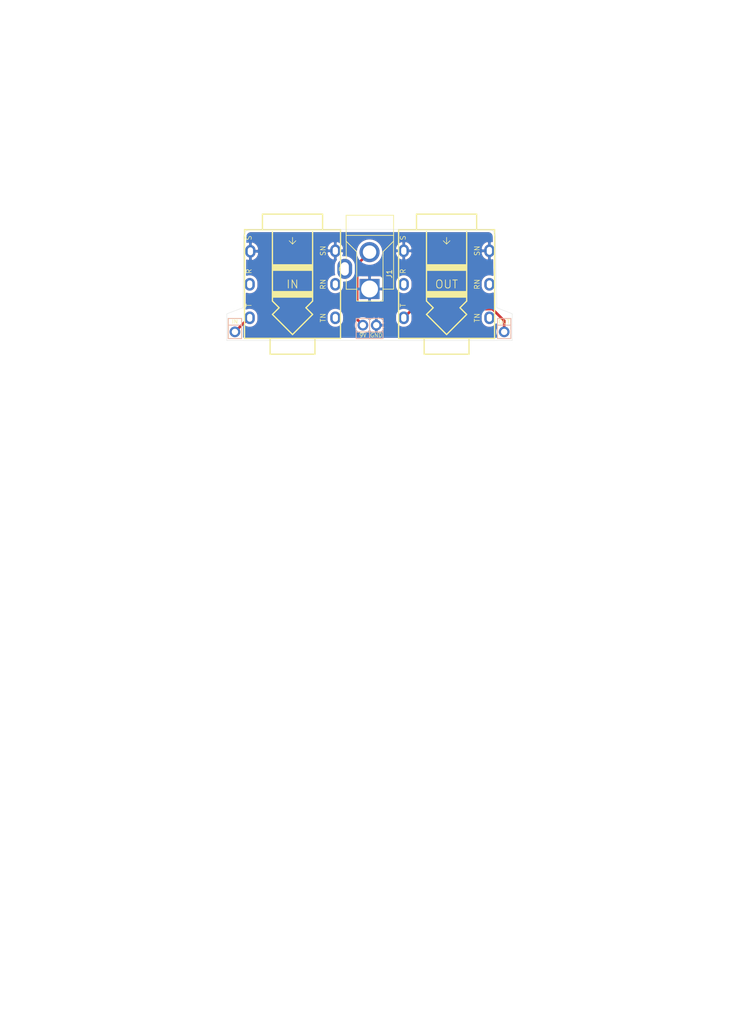
<source format=kicad_pcb>
(kicad_pcb (version 20171130) (host pcbnew "(5.1.9-0-10_14)")

  (general
    (thickness 1.6)
    (drawings 12)
    (tracks 9)
    (zones 0)
    (modules 8)
    (nets 11)
  )

  (page A4)
  (layers
    (0 F.Cu signal)
    (31 B.Cu signal)
    (32 B.Adhes user)
    (33 F.Adhes user)
    (34 B.Paste user)
    (35 F.Paste user)
    (36 B.SilkS user)
    (37 F.SilkS user)
    (38 B.Mask user)
    (39 F.Mask user)
    (40 Dwgs.User user)
    (41 Cmts.User user)
    (42 Eco1.User user)
    (43 Eco2.User user)
    (44 Edge.Cuts user)
    (45 Margin user)
    (46 B.CrtYd user)
    (47 F.CrtYd user)
    (48 B.Fab user)
    (49 F.Fab user)
  )

  (setup
    (last_trace_width 0.5)
    (user_trace_width 0.5)
    (trace_clearance 0.2)
    (zone_clearance 0.508)
    (zone_45_only no)
    (trace_min 0.2)
    (via_size 0.8)
    (via_drill 0.4)
    (via_min_size 0.4)
    (via_min_drill 0.3)
    (uvia_size 0.3)
    (uvia_drill 0.1)
    (uvias_allowed no)
    (uvia_min_size 0.2)
    (uvia_min_drill 0.1)
    (edge_width 0.05)
    (segment_width 0.2)
    (pcb_text_width 0.3)
    (pcb_text_size 1.5 1.5)
    (mod_edge_width 0.12)
    (mod_text_size 1 1)
    (mod_text_width 0.15)
    (pad_size 1.524 1.524)
    (pad_drill 0.762)
    (pad_to_mask_clearance 0)
    (aux_axis_origin 0 0)
    (visible_elements FFFFFF7F)
    (pcbplotparams
      (layerselection 0x010fc_ffffffff)
      (usegerberextensions false)
      (usegerberattributes false)
      (usegerberadvancedattributes false)
      (creategerberjobfile false)
      (excludeedgelayer true)
      (linewidth 0.100000)
      (plotframeref false)
      (viasonmask false)
      (mode 1)
      (useauxorigin false)
      (hpglpennumber 1)
      (hpglpenspeed 20)
      (hpglpendiameter 15.000000)
      (psnegative false)
      (psa4output false)
      (plotreference true)
      (plotvalue true)
      (plotinvisibletext false)
      (padsonsilk false)
      (subtractmaskfromsilk false)
      (outputformat 1)
      (mirror false)
      (drillshape 0)
      (scaleselection 1)
      (outputdirectory "gerber"))
  )

  (net 0 "")
  (net 1 "Net-(H1-Pad1)")
  (net 2 GND)
  (net 3 "Net-(H3-Pad1)")
  (net 4 "Net-(H4-Pad1)")
  (net 5 "Net-(J2-PadRN)")
  (net 6 "Net-(J2-PadR)")
  (net 7 "Net-(J3-PadRN)")
  (net 8 "Net-(J3-PadR)")
  (net 9 "Net-(J2-PadTN)")
  (net 10 "Net-(J3-PadTN)")

  (net_class Default "This is the default net class."
    (clearance 0.2)
    (trace_width 0.25)
    (via_dia 0.8)
    (via_drill 0.4)
    (uvia_dia 0.3)
    (uvia_drill 0.1)
    (add_net GND)
    (add_net "Net-(H1-Pad1)")
    (add_net "Net-(H3-Pad1)")
    (add_net "Net-(H4-Pad1)")
    (add_net "Net-(J2-PadR)")
    (add_net "Net-(J2-PadRN)")
    (add_net "Net-(J2-PadTN)")
    (add_net "Net-(J3-PadR)")
    (add_net "Net-(J3-PadRN)")
    (add_net "Net-(J3-PadTN)")
  )

  (module jacks:DC_JACK locked (layer F.Cu) (tedit 6061C879) (tstamp 6061D14D)
    (at 103.124 68.072 90)
    (path /609061DB)
    (fp_text reference J1 (at 0 3.175 90) (layer F.SilkS)
      (effects (font (size 1 1) (thickness 0.15)) (justify right top))
    )
    (fp_text value PWR (at 0 0 90) (layer F.SilkS) hide
      (effects (font (size 1.524 1.524) (thickness 0.15)))
    )
    (fp_line (start -3.8608 -4.4196) (end -3.8608 -2.4384) (layer F.SilkS) (width 0.1524))
    (fp_line (start -1.9558 -4.4196) (end -3.8608 -4.4196) (layer F.SilkS) (width 0.1524))
    (fp_line (start 5.2324 -4.4196) (end 1.9812 -4.4196) (layer F.SilkS) (width 0.1524))
    (fp_line (start -3.8608 -2.4384) (end 3.2258 -2.4384) (layer F.SilkS) (width 0.1524))
    (fp_line (start -6.096 -2.4384) (end -3.8608 -2.4384) (layer F.SilkS) (width 0.1524))
    (fp_line (start -6.096 2.555) (end -3.81 2.555) (layer F.SilkS) (width 0.1524))
    (fp_line (start -6.096 -2.445) (end -6.096 2.555) (layer F.SilkS) (width 0.1524))
    (fp_line (start 10.16 4.555) (end 6.35 4.555) (layer F.SilkS) (width 0.1524))
    (fp_line (start 10.16 -4.445) (end 10.16 4.555) (layer F.SilkS) (width 0.1524))
    (fp_line (start 6.35 -4.445) (end 10.16 -4.445) (layer F.SilkS) (width 0.1524))
    (fp_line (start 3.255 -2.445) (end 5.255 -4.445) (layer F.SilkS) (width 0.1524))
    (fp_line (start 3.255 2.555) (end 5.255 4.555) (layer F.SilkS) (width 0.1524))
    (fp_line (start -3.84 2.555) (end 3.255 2.555) (layer F.SilkS) (width 0.1524))
    (fp_line (start 5.255 -4.445) (end 6.35 -4.445) (layer F.SilkS) (width 0.1524))
    (fp_line (start -3.84 4.555) (end -3.84 2.555) (layer F.SilkS) (width 0.1524))
    (fp_line (start 5.255 4.555) (end -3.84 4.555) (layer F.SilkS) (width 0.1524))
    (fp_line (start 6.35 4.555) (end 5.255 4.555) (layer F.SilkS) (width 0.1524))
    (fp_line (start 6.35 -4.445) (end 6.35 4.555) (layer F.SilkS) (width 0.1524))
    (fp_text user R (at 0 -5.08 90) (layer F.SilkS)
      (effects (font (size 1.2065 1.2065) (thickness 0.1016)))
    )
    (fp_text user - (at -3.81 0 90) (layer F.SilkS)
      (effects (font (size 1.59258 1.59258) (thickness 0.134112)))
    )
    (fp_text user + (at 3.175 0 90) (layer F.SilkS)
      (effects (font (size 1.59258 1.59258) (thickness 0.134112)))
    )
    (pad 2 thru_hole rect (at -3.81 0 270) (size 3.81 3.81) (drill 3.2) (layers *.Cu *.Mask)
      (net 2 GND))
    (pad 1 thru_hole oval (at 3.175 0) (size 3.81 3.81) (drill 2.54) (layers *.Cu *.Mask)
      (net 1 "Net-(H1-Pad1)"))
    (pad 3 thru_hole oval (at 0 -4.699 270) (size 3.81 2.81) (drill oval 2.54 1.54) (layers *.Cu *.Mask))
  )

  (module switches:125B locked (layer F.Cu) (tedit 5B2E2F7F) (tstamp 6061E093)
    (at 103.124 114.173)
    (fp_text reference "" (at 0 0) (layer F.SilkS)
      (effects (font (size 1.524 1.524) (thickness 0.15)))
    )
    (fp_text value "" (at 0 0) (layer F.SilkS)
      (effects (font (size 1.524 1.524) (thickness 0.15)))
    )
    (fp_circle (center 0 0) (end 1 0) (layer Dwgs.User) (width 0.127))
    (fp_line (start 29 52) (end 29 0) (layer Dwgs.User) (width 0.127))
    (fp_line (start 24.5 56.5) (end 0 56.5) (layer Dwgs.User) (width 0.127))
    (fp_line (start 0 56.5) (end -24.5 56.5) (layer Dwgs.User) (width 0.127))
    (fp_line (start -29 52) (end -29 0) (layer Dwgs.User) (width 0.127))
    (fp_line (start 0 0) (end 0 56.5) (layer Dwgs.User) (width 0.127))
    (fp_line (start 29 0) (end 0 0) (layer Dwgs.User) (width 0.127))
    (fp_line (start 29 0) (end 29 -52) (layer Dwgs.User) (width 0.127))
    (fp_line (start 24.5 -56.5) (end 0 -56.5) (layer Dwgs.User) (width 0.127))
    (fp_line (start 0 -56.5) (end -24.5 -56.5) (layer Dwgs.User) (width 0.127))
    (fp_line (start -29 0) (end -29 -52) (layer Dwgs.User) (width 0.127))
    (fp_line (start 0 0) (end -29 0) (layer Dwgs.User) (width 0.127))
    (fp_line (start 0 -56.5) (end 0 0) (layer Dwgs.User) (width 0.127))
    (fp_line (start -29 97) (end -29 59.5) (layer Dwgs.User) (width 0.127))
    (fp_line (start 29 97) (end -29 97) (layer Dwgs.User) (width 0.127))
    (fp_line (start 29 59.5) (end 29 97) (layer Dwgs.User) (width 0.127))
    (fp_line (start 29 59.5) (end 29 97) (layer Dwgs.User) (width 0.127))
    (fp_line (start 70 56.5) (end 32 56.5) (layer Dwgs.User) (width 0.127))
    (fp_line (start 70 -56.5) (end 70 56.5) (layer Dwgs.User) (width 0.127))
    (fp_line (start 32 -56.5) (end 70 -56.5) (layer Dwgs.User) (width 0.127))
    (fp_line (start 29 -97) (end 29 -59.5) (layer Dwgs.User) (width 0.127))
    (fp_line (start -29 -97) (end 29 -97) (layer Dwgs.User) (width 0.127))
    (fp_line (start -29 -59.5) (end -29 -97) (layer Dwgs.User) (width 0.127))
    (fp_line (start -70 -56.5) (end -32 -56.5) (layer Dwgs.User) (width 0.127))
    (fp_line (start -70 56.5) (end -70 -56.5) (layer Dwgs.User) (width 0.127))
    (fp_line (start -32 56.5) (end -70 56.5) (layer Dwgs.User) (width 0.127))
    (fp_line (start -29 -59.5) (end -29 -97) (layer Dwgs.User) (width 0.127))
    (fp_line (start -32 -53.365) (end -32 -56.5) (layer Dwgs.User) (width 0.127))
    (fp_line (start -32 -56.5) (end -32 -53.365) (layer Dwgs.User) (width 0.127))
    (fp_line (start -32 56.5) (end -32 -56.5) (layer Dwgs.User) (width 0.127))
    (fp_circle (center 29 -56.5) (end 32 -56.5) (layer Dwgs.User) (width 0.127))
    (fp_circle (center 29 -56.5) (end 31 -56.5) (layer Dwgs.User) (width 0.127))
    (fp_circle (center -29 -56.5) (end -27 -56.5) (layer Dwgs.User) (width 0.127))
    (fp_circle (center -29 -56.5) (end -26 -56.5) (layer Dwgs.User) (width 0.127))
    (fp_circle (center -29 56.5) (end -27 56.5) (layer Dwgs.User) (width 0.127))
    (fp_circle (center -29 56.5) (end -26 56.5) (layer Dwgs.User) (width 0.127))
    (fp_circle (center 29 56.5) (end 31 56.5) (layer Dwgs.User) (width 0.127))
    (fp_circle (center 29 56.5) (end 32 56.5) (layer Dwgs.User) (width 0.127))
    (fp_line (start 29 59.5) (end -29 59.5) (layer Dwgs.User) (width 0.127))
    (fp_line (start 32 -56.5) (end 32 56.5) (layer Dwgs.User) (width 0.127))
    (fp_line (start -29 -59.5) (end 29 -59.5) (layer Dwgs.User) (width 0.127))
    (fp_line (start 0 -57.5) (end 26 -57.5) (layer Dwgs.User) (width 0.127))
    (fp_line (start -26 -57.5) (end 0 -57.5) (layer Dwgs.User) (width 0.127))
    (fp_line (start -30 0) (end -30 -53.5) (layer Dwgs.User) (width 0.127))
    (fp_line (start -30 53.5) (end -30 0) (layer Dwgs.User) (width 0.127))
    (fp_line (start 30 0) (end 30 -53.5) (layer Dwgs.User) (width 0.127))
    (fp_line (start 30 53.5) (end 30 0) (layer Dwgs.User) (width 0.127))
    (fp_line (start 0 57.5) (end 26 57.5) (layer Dwgs.User) (width 0.127))
    (fp_line (start -26 57.5) (end 0 57.5) (layer Dwgs.User) (width 0.127))
    (fp_circle (center 0 0) (end 1 0) (layer Dwgs.User) (width 0.127))
    (fp_line (start -29 52) (end -29 0) (layer Dwgs.User) (width 0.127))
    (fp_line (start -24.5 56.5) (end 0 56.5) (layer Dwgs.User) (width 0.127))
    (fp_line (start 0 56.5) (end 24.5 56.5) (layer Dwgs.User) (width 0.127))
    (fp_line (start 29 52) (end 29 0) (layer Dwgs.User) (width 0.127))
    (fp_line (start 0 0) (end 0 56.5) (layer Dwgs.User) (width 0.127))
    (fp_line (start -29 0) (end 0 0) (layer Dwgs.User) (width 0.127))
    (fp_line (start -29 0) (end -29 -52) (layer Dwgs.User) (width 0.127))
    (fp_line (start -24.5 -56.5) (end 0 -56.5) (layer Dwgs.User) (width 0.127))
    (fp_line (start 0 -56.5) (end 24.5 -56.5) (layer Dwgs.User) (width 0.127))
    (fp_line (start 29 0) (end 29 -52) (layer Dwgs.User) (width 0.127))
    (fp_line (start 0 0) (end 29 0) (layer Dwgs.User) (width 0.127))
    (fp_line (start 0 -56.5) (end 0 0) (layer Dwgs.User) (width 0.127))
    (fp_line (start 29 97) (end 29 59.5) (layer Dwgs.User) (width 0.127))
    (fp_line (start -29 97) (end 29 97) (layer Dwgs.User) (width 0.127))
    (fp_line (start -29 59.5) (end -29 97) (layer Dwgs.User) (width 0.127))
    (fp_line (start -29 59.5) (end -29 97) (layer Dwgs.User) (width 0.127))
    (fp_line (start -70 56.5) (end -32 56.5) (layer Dwgs.User) (width 0.127))
    (fp_line (start -70 -56.5) (end -70 56.5) (layer Dwgs.User) (width 0.127))
    (fp_line (start -32 -56.5) (end -70 -56.5) (layer Dwgs.User) (width 0.127))
    (fp_line (start -29 -97) (end -29 -59.5) (layer Dwgs.User) (width 0.127))
    (fp_line (start 29 -97) (end -29 -97) (layer Dwgs.User) (width 0.127))
    (fp_line (start 29 -59.5) (end 29 -97) (layer Dwgs.User) (width 0.127))
    (fp_line (start 70 -56.5) (end 32 -56.5) (layer Dwgs.User) (width 0.127))
    (fp_line (start 70 56.5) (end 70 -56.5) (layer Dwgs.User) (width 0.127))
    (fp_line (start 32 56.5) (end 70 56.5) (layer Dwgs.User) (width 0.127))
    (fp_line (start 29 -59.5) (end 29 -97) (layer Dwgs.User) (width 0.127))
    (fp_line (start 32 -53.365) (end 32 -56.5) (layer Dwgs.User) (width 0.127))
    (fp_line (start 32 -56.5) (end 32 -53.365) (layer Dwgs.User) (width 0.127))
    (fp_line (start 32 56.5) (end 32 -56.5) (layer Dwgs.User) (width 0.127))
    (fp_circle (center -29 -56.5) (end -26 -56.5) (layer Dwgs.User) (width 0.127))
    (fp_circle (center -29 -56.5) (end -27 -56.5) (layer Dwgs.User) (width 0.127))
    (fp_circle (center 29 -56.5) (end 31 -56.5) (layer Dwgs.User) (width 0.127))
    (fp_circle (center 29 -56.5) (end 32 -56.5) (layer Dwgs.User) (width 0.127))
    (fp_circle (center 29 56.5) (end 31 56.5) (layer Dwgs.User) (width 0.127))
    (fp_circle (center 29 56.5) (end 32 56.5) (layer Dwgs.User) (width 0.127))
    (fp_circle (center -29 56.5) (end -27 56.5) (layer Dwgs.User) (width 0.127))
    (fp_circle (center -29 56.5) (end -26 56.5) (layer Dwgs.User) (width 0.127))
    (fp_line (start -29 59.5) (end 29 59.5) (layer Dwgs.User) (width 0.127))
    (fp_line (start -32 -56.5) (end -32 56.5) (layer Dwgs.User) (width 0.127))
    (fp_line (start 29 -59.5) (end -29 -59.5) (layer Dwgs.User) (width 0.127))
    (fp_line (start 0 -57.5) (end -26 -57.5) (layer Dwgs.User) (width 0.127))
    (fp_line (start 26 -57.5) (end 0 -57.5) (layer Dwgs.User) (width 0.127))
    (fp_line (start 30 0) (end 30 -53.5) (layer Dwgs.User) (width 0.127))
    (fp_line (start 30 53.5) (end 30 0) (layer Dwgs.User) (width 0.127))
    (fp_line (start -30 0) (end -30 -53.5) (layer Dwgs.User) (width 0.127))
    (fp_line (start -30 53.5) (end -30 0) (layer Dwgs.User) (width 0.127))
    (fp_line (start 0 57.5) (end -26 57.5) (layer Dwgs.User) (width 0.127))
    (fp_line (start 26 57.5) (end 0 57.5) (layer Dwgs.User) (width 0.127))
    (fp_arc (start 29 56.5) (end 29 52) (angle -90) (layer Dwgs.User) (width 0.127))
    (fp_arc (start -29 56.5) (end -24.5 56.5) (angle -90) (layer Dwgs.User) (width 0.127))
    (fp_arc (start 29 -56.5) (end 24.5 -56.5) (angle -90) (layer Dwgs.User) (width 0.127))
    (fp_arc (start -29 -56.5) (end -29 -52) (angle -90) (layer Dwgs.User) (width 0.127))
    (fp_text user 125-B (at 2.5 59) (layer B.SilkS) hide
      (effects (font (size 1.2065 1.2065) (thickness 0.1016)) (justify left bottom mirror))
    )
    (fp_arc (start -29 56.5) (end -29 52) (angle 90) (layer Dwgs.User) (width 0.127))
    (fp_arc (start 29 56.5) (end 24.5 56.5) (angle 90) (layer Dwgs.User) (width 0.127))
    (fp_arc (start -29 -56.5) (end -24.5 -56.5) (angle 90) (layer Dwgs.User) (width 0.127))
    (fp_arc (start 29 -56.5) (end 29 -52) (angle 90) (layer Dwgs.User) (width 0.127))
    (fp_text user 125-B (at -2.5 59) (layer Dwgs.User)
      (effects (font (size 1.2065 1.2065) (thickness 0.1016)) (justify left bottom))
    )
  )

  (module jacks:TRS_SW (layer F.Cu) (tedit 6061C75F) (tstamp 6061D1A3)
    (at 117.729 70.993 90)
    (path /6091C6CC)
    (fp_text reference J3 (at 0.127 -5.715 90) (layer F.SilkS) hide
      (effects (font (size 1.83388 1.83388) (thickness 0.231648)) (justify right top))
    )
    (fp_text value OUT (at 0 0 180) (layer F.SilkS)
      (effects (font (size 1.524 1.524) (thickness 0.15)))
    )
    (fp_line (start 7.62 0) (end 8.255 0.635) (layer F.SilkS) (width 0.127))
    (fp_line (start 7.62 0) (end 8.255 -0.635) (layer F.SilkS) (width 0.127))
    (fp_line (start 8.89 0) (end 7.62 0) (layer F.SilkS) (width 0.127))
    (fp_poly (pts (xy 2.54 3.81) (xy 3.81 3.81) (xy 3.81 -3.81) (xy 2.54 -3.81)) (layer F.SilkS) (width 0))
    (fp_poly (pts (xy -2.54 3.81) (xy -1.27 3.81) (xy -1.27 -3.81) (xy -2.54 -3.81)) (layer F.SilkS) (width 0))
    (fp_line (start -3.175 3.81) (end 9.945 3.81) (layer F.SilkS) (width 0.254))
    (fp_line (start -4.445 2.54) (end -3.175 3.81) (layer F.SilkS) (width 0.254))
    (fp_line (start -5.715 3.81) (end -4.445 2.54) (layer F.SilkS) (width 0.254))
    (fp_line (start -9.525 0) (end -5.715 3.81) (layer F.SilkS) (width 0.254))
    (fp_line (start -5.715 -3.81) (end -9.525 0) (layer F.SilkS) (width 0.254))
    (fp_line (start -4.445 -2.54) (end -5.715 -3.81) (layer F.SilkS) (width 0.254))
    (fp_line (start -3.175 -3.81) (end -4.445 -2.54) (layer F.SilkS) (width 0.254))
    (fp_line (start 9.945 -3.81) (end -3.175 -3.81) (layer F.SilkS) (width 0.254))
    (fp_line (start -13.25 -4.25) (end -10.25 -4.25) (layer F.SilkS) (width 0.254))
    (fp_line (start -13.25 4.25) (end -13.25 -4.25) (layer F.SilkS) (width 0.254))
    (fp_line (start -10.25 4.25) (end -13.25 4.25) (layer F.SilkS) (width 0.254))
    (fp_line (start 13.3 5.7) (end 10.35 5.7) (layer F.SilkS) (width 0.254))
    (fp_line (start 13.3 -5.7) (end 13.3 5.7) (layer F.SilkS) (width 0.254))
    (fp_line (start 10.35 -5.7) (end 13.3 -5.7) (layer F.SilkS) (width 0.254))
    (fp_line (start 10.35 -5.7) (end 10.35 -9.1) (layer F.SilkS) (width 0.254))
    (fp_line (start 10.35 5.7) (end 10.35 -5.7) (layer F.SilkS) (width 0.254))
    (fp_line (start 10.35 9.1) (end 10.35 5.7) (layer F.SilkS) (width 0.254))
    (fp_line (start -10.25 9.1) (end 10.35 9.1) (layer F.SilkS) (width 0.254))
    (fp_line (start -10.25 4.25) (end -10.25 9.1) (layer F.SilkS) (width 0.254))
    (fp_line (start -10.25 -4.25) (end -10.25 4.25) (layer F.SilkS) (width 0.254))
    (fp_line (start -10.25 -9.1) (end -10.25 -4.25) (layer F.SilkS) (width 0.254))
    (fp_line (start 10.35 -9.1) (end -10.25 -9.1) (layer F.SilkS) (width 0.254))
    (fp_text user SN (at 6.35 6.35 90) (layer F.SilkS)
      (effects (font (size 0.9652 0.9652) (thickness 0.12192)) (justify bottom))
    )
    (fp_text user RN (at 0 6.35 90) (layer F.SilkS)
      (effects (font (size 0.9652 0.9652) (thickness 0.12192)) (justify bottom))
    )
    (fp_text user TN (at -6.35 6.35 90) (layer F.SilkS)
      (effects (font (size 0.9652 0.9652) (thickness 0.12192)) (justify bottom))
    )
    (fp_text user S (at 8.255 -8.255 90) (layer F.SilkS)
      (effects (font (size 0.9652 0.9652) (thickness 0.12192)) (justify left))
    )
    (fp_text user R (at 1.905 -8.255 90) (layer F.SilkS)
      (effects (font (size 0.9652 0.9652) (thickness 0.12192)) (justify left))
    )
    (fp_text user T (at -4.445 -8.255 90) (layer F.SilkS)
      (effects (font (size 0.9652 0.9652) (thickness 0.12192)) (justify left))
    )
    (pad TN thru_hole oval (at -6.35 8.115 90) (size 2.4 1.9304) (drill oval 1.5 1) (layers *.Cu *.Mask)
      (net 10 "Net-(J3-PadTN)"))
    (pad T thru_hole oval (at -6.35 -8.115 90) (size 2.4 1.9304) (drill oval 1.5 1) (layers *.Cu *.Mask)
      (net 4 "Net-(H4-Pad1)"))
    (pad SN thru_hole oval (at 6.35 8.115 90) (size 2.4 1.9304) (drill oval 1.5 1) (layers *.Cu *.Mask)
      (net 2 GND))
    (pad S thru_hole oval (at 6.35 -8.115 90) (size 2.4 1.9304) (drill oval 1.5 1) (layers *.Cu *.Mask)
      (net 2 GND))
    (pad RN thru_hole oval (at 0 8.115 90) (size 2.4 1.9304) (drill oval 1.5 1) (layers *.Cu *.Mask)
      (net 7 "Net-(J3-PadRN)"))
    (pad R thru_hole oval (at 0 -8.115 90) (size 2.4 1.9304) (drill oval 1.5 1) (layers *.Cu *.Mask)
      (net 8 "Net-(J3-PadR)"))
  )

  (module jacks:TRS_SW (layer F.Cu) (tedit 6061C747) (tstamp 6061D178)
    (at 88.519 70.993 90)
    (path /6091A28C)
    (fp_text reference J2 (at 0.127 -5.715 90) (layer F.SilkS) hide
      (effects (font (size 1.83388 1.83388) (thickness 0.231648)) (justify right top))
    )
    (fp_text value IN (at 0 0 180) (layer F.SilkS)
      (effects (font (size 1.524 1.524) (thickness 0.15)))
    )
    (fp_line (start 7.62 0) (end 8.255 0.635) (layer F.SilkS) (width 0.127))
    (fp_line (start 7.62 0) (end 8.255 -0.635) (layer F.SilkS) (width 0.127))
    (fp_line (start 8.89 0) (end 7.62 0) (layer F.SilkS) (width 0.127))
    (fp_poly (pts (xy 2.54 3.81) (xy 3.81 3.81) (xy 3.81 -3.81) (xy 2.54 -3.81)) (layer F.SilkS) (width 0))
    (fp_poly (pts (xy -2.54 3.81) (xy -1.27 3.81) (xy -1.27 -3.81) (xy -2.54 -3.81)) (layer F.SilkS) (width 0))
    (fp_line (start -3.175 3.81) (end 9.945 3.81) (layer F.SilkS) (width 0.254))
    (fp_line (start -4.445 2.54) (end -3.175 3.81) (layer F.SilkS) (width 0.254))
    (fp_line (start -5.715 3.81) (end -4.445 2.54) (layer F.SilkS) (width 0.254))
    (fp_line (start -9.525 0) (end -5.715 3.81) (layer F.SilkS) (width 0.254))
    (fp_line (start -5.715 -3.81) (end -9.525 0) (layer F.SilkS) (width 0.254))
    (fp_line (start -4.445 -2.54) (end -5.715 -3.81) (layer F.SilkS) (width 0.254))
    (fp_line (start -3.175 -3.81) (end -4.445 -2.54) (layer F.SilkS) (width 0.254))
    (fp_line (start 9.945 -3.81) (end -3.175 -3.81) (layer F.SilkS) (width 0.254))
    (fp_line (start -13.25 -4.25) (end -10.25 -4.25) (layer F.SilkS) (width 0.254))
    (fp_line (start -13.25 4.25) (end -13.25 -4.25) (layer F.SilkS) (width 0.254))
    (fp_line (start -10.25 4.25) (end -13.25 4.25) (layer F.SilkS) (width 0.254))
    (fp_line (start 13.3 5.7) (end 10.35 5.7) (layer F.SilkS) (width 0.254))
    (fp_line (start 13.3 -5.7) (end 13.3 5.7) (layer F.SilkS) (width 0.254))
    (fp_line (start 10.35 -5.7) (end 13.3 -5.7) (layer F.SilkS) (width 0.254))
    (fp_line (start 10.35 -5.7) (end 10.35 -9.1) (layer F.SilkS) (width 0.254))
    (fp_line (start 10.35 5.7) (end 10.35 -5.7) (layer F.SilkS) (width 0.254))
    (fp_line (start 10.35 9.1) (end 10.35 5.7) (layer F.SilkS) (width 0.254))
    (fp_line (start -10.25 9.1) (end 10.35 9.1) (layer F.SilkS) (width 0.254))
    (fp_line (start -10.25 4.25) (end -10.25 9.1) (layer F.SilkS) (width 0.254))
    (fp_line (start -10.25 -4.25) (end -10.25 4.25) (layer F.SilkS) (width 0.254))
    (fp_line (start -10.25 -9.1) (end -10.25 -4.25) (layer F.SilkS) (width 0.254))
    (fp_line (start 10.35 -9.1) (end -10.25 -9.1) (layer F.SilkS) (width 0.254))
    (fp_text user SN (at 6.35 6.35 90) (layer F.SilkS)
      (effects (font (size 0.9652 0.9652) (thickness 0.12192)) (justify bottom))
    )
    (fp_text user RN (at 0 6.35 90) (layer F.SilkS)
      (effects (font (size 0.9652 0.9652) (thickness 0.12192)) (justify bottom))
    )
    (fp_text user TN (at -6.35 6.35 90) (layer F.SilkS)
      (effects (font (size 0.9652 0.9652) (thickness 0.12192)) (justify bottom))
    )
    (fp_text user S (at 8.255 -8.255 90) (layer F.SilkS)
      (effects (font (size 0.9652 0.9652) (thickness 0.12192)) (justify left))
    )
    (fp_text user R (at 1.905 -8.255 90) (layer F.SilkS)
      (effects (font (size 0.9652 0.9652) (thickness 0.12192)) (justify left))
    )
    (fp_text user T (at -4.445 -8.255 90) (layer F.SilkS)
      (effects (font (size 0.9652 0.9652) (thickness 0.12192)) (justify left))
    )
    (pad TN thru_hole oval (at -6.35 8.115 90) (size 2.4 1.9304) (drill oval 1.5 1) (layers *.Cu *.Mask)
      (net 9 "Net-(J2-PadTN)"))
    (pad T thru_hole oval (at -6.35 -8.115 90) (size 2.4 1.9304) (drill oval 1.5 1) (layers *.Cu *.Mask)
      (net 3 "Net-(H3-Pad1)"))
    (pad SN thru_hole oval (at 6.35 8.115 90) (size 2.4 1.9304) (drill oval 1.5 1) (layers *.Cu *.Mask)
      (net 2 GND))
    (pad S thru_hole oval (at 6.2582 -7.9888 90) (size 2.4 1.9304) (drill oval 1.5 1) (layers *.Cu *.Mask)
      (net 2 GND))
    (pad RN thru_hole oval (at 0 8.115 90) (size 2.4 1.9304) (drill oval 1.5 1) (layers *.Cu *.Mask)
      (net 5 "Net-(J2-PadRN)"))
    (pad R thru_hole oval (at 0 -8.115 90) (size 2.4 1.9304) (drill oval 1.5 1) (layers *.Cu *.Mask)
      (net 6 "Net-(J2-PadR)"))
  )

  (module supply_pins:PAD1 (layer F.Cu) (tedit 59787864) (tstamp 6061D131)
    (at 128.651 80.01 180)
    (descr "<b>Round Pad (w/label) - 80mil Diameter, 47mil Drill<b>")
    (path /6091C6DF)
    (fp_text reference H4 (at 0 1.905) (layer F.SilkS) hide
      (effects (font (size 0.75 0.75) (thickness 0.1)))
    )
    (fp_text value OUT (at 0 1.905) (layer F.SilkS)
      (effects (font (size 0.75 0.75) (thickness 0.1)))
    )
    (fp_line (start -1.27 2.54) (end -1.27 1.27) (layer B.SilkS) (width 0.1524))
    (fp_line (start 1.27 2.54) (end -1.27 2.54) (layer B.SilkS) (width 0.1524))
    (fp_line (start 1.27 1.27) (end 1.27 2.54) (layer B.SilkS) (width 0.1524))
    (fp_line (start 1.27 1.27) (end 1.27 -1.27) (layer B.SilkS) (width 0.1524))
    (fp_line (start -1.27 1.27) (end 1.27 1.27) (layer B.SilkS) (width 0.1524))
    (fp_line (start -1.27 -1.27) (end -1.27 1.27) (layer B.SilkS) (width 0.1524))
    (fp_line (start 1.27 -1.27) (end -1.27 -1.27) (layer B.SilkS) (width 0.1524))
    (fp_line (start 1.27 2.54) (end 1.27 1.27) (layer F.SilkS) (width 0.1524))
    (fp_line (start -1.27 2.54) (end 1.27 2.54) (layer F.SilkS) (width 0.1524))
    (fp_line (start -1.27 1.27) (end -1.27 2.54) (layer F.SilkS) (width 0.1524))
    (fp_line (start -1.27 1.27) (end -1.27 -1.27) (layer F.SilkS) (width 0.1524))
    (fp_line (start 1.27 1.27) (end -1.27 1.27) (layer F.SilkS) (width 0.1524))
    (fp_line (start 1.27 -1.27) (end 1.27 1.27) (layer F.SilkS) (width 0.1524))
    (fp_line (start -1.27 -1.27) (end 1.27 -1.27) (layer F.SilkS) (width 0.1524))
    (pad 1 thru_hole oval (at 0 0 180) (size 2.032 2.032) (drill 1.2) (layers *.Cu *.Mask)
      (net 4 "Net-(H4-Pad1)"))
  )

  (module supply_pins:PAD1 (layer F.Cu) (tedit 59787864) (tstamp 6061D11E)
    (at 77.597 80.01 180)
    (descr "<b>Round Pad (w/label) - 80mil Diameter, 47mil Drill<b>")
    (path /6091B765)
    (fp_text reference H3 (at 0 1.905) (layer F.SilkS) hide
      (effects (font (size 0.75 0.75) (thickness 0.1)))
    )
    (fp_text value IN (at 0 1.905) (layer F.SilkS)
      (effects (font (size 0.75 0.75) (thickness 0.1)))
    )
    (fp_line (start -1.27 2.54) (end -1.27 1.27) (layer B.SilkS) (width 0.1524))
    (fp_line (start 1.27 2.54) (end -1.27 2.54) (layer B.SilkS) (width 0.1524))
    (fp_line (start 1.27 1.27) (end 1.27 2.54) (layer B.SilkS) (width 0.1524))
    (fp_line (start 1.27 1.27) (end 1.27 -1.27) (layer B.SilkS) (width 0.1524))
    (fp_line (start -1.27 1.27) (end 1.27 1.27) (layer B.SilkS) (width 0.1524))
    (fp_line (start -1.27 -1.27) (end -1.27 1.27) (layer B.SilkS) (width 0.1524))
    (fp_line (start 1.27 -1.27) (end -1.27 -1.27) (layer B.SilkS) (width 0.1524))
    (fp_line (start 1.27 2.54) (end 1.27 1.27) (layer F.SilkS) (width 0.1524))
    (fp_line (start -1.27 2.54) (end 1.27 2.54) (layer F.SilkS) (width 0.1524))
    (fp_line (start -1.27 1.27) (end -1.27 2.54) (layer F.SilkS) (width 0.1524))
    (fp_line (start -1.27 1.27) (end -1.27 -1.27) (layer F.SilkS) (width 0.1524))
    (fp_line (start 1.27 1.27) (end -1.27 1.27) (layer F.SilkS) (width 0.1524))
    (fp_line (start 1.27 -1.27) (end 1.27 1.27) (layer F.SilkS) (width 0.1524))
    (fp_line (start -1.27 -1.27) (end 1.27 -1.27) (layer F.SilkS) (width 0.1524))
    (pad 1 thru_hole oval (at 0 0 180) (size 2.032 2.032) (drill 1.2) (layers *.Cu *.Mask)
      (net 3 "Net-(H3-Pad1)"))
  )

  (module supply_pins:PAD1 (layer F.Cu) (tedit 59787864) (tstamp 6061D10B)
    (at 104.394 78.74)
    (descr "<b>Round Pad (w/label) - 80mil Diameter, 47mil Drill<b>")
    (path /609194A5)
    (fp_text reference H2 (at 0 1.905) (layer F.SilkS) hide
      (effects (font (size 0.75 0.75) (thickness 0.1)))
    )
    (fp_text value GND (at 0 1.905) (layer F.SilkS)
      (effects (font (size 0.75 0.75) (thickness 0.1)))
    )
    (fp_line (start -1.27 2.54) (end -1.27 1.27) (layer B.SilkS) (width 0.1524))
    (fp_line (start 1.27 2.54) (end -1.27 2.54) (layer B.SilkS) (width 0.1524))
    (fp_line (start 1.27 1.27) (end 1.27 2.54) (layer B.SilkS) (width 0.1524))
    (fp_line (start 1.27 1.27) (end 1.27 -1.27) (layer B.SilkS) (width 0.1524))
    (fp_line (start -1.27 1.27) (end 1.27 1.27) (layer B.SilkS) (width 0.1524))
    (fp_line (start -1.27 -1.27) (end -1.27 1.27) (layer B.SilkS) (width 0.1524))
    (fp_line (start 1.27 -1.27) (end -1.27 -1.27) (layer B.SilkS) (width 0.1524))
    (fp_line (start 1.27 2.54) (end 1.27 1.27) (layer F.SilkS) (width 0.1524))
    (fp_line (start -1.27 2.54) (end 1.27 2.54) (layer F.SilkS) (width 0.1524))
    (fp_line (start -1.27 1.27) (end -1.27 2.54) (layer F.SilkS) (width 0.1524))
    (fp_line (start -1.27 1.27) (end -1.27 -1.27) (layer F.SilkS) (width 0.1524))
    (fp_line (start 1.27 1.27) (end -1.27 1.27) (layer F.SilkS) (width 0.1524))
    (fp_line (start 1.27 -1.27) (end 1.27 1.27) (layer F.SilkS) (width 0.1524))
    (fp_line (start -1.27 -1.27) (end 1.27 -1.27) (layer F.SilkS) (width 0.1524))
    (pad 1 thru_hole oval (at 0 0) (size 2.032 2.032) (drill 1.2) (layers *.Cu *.Mask)
      (net 2 GND))
  )

  (module supply_pins:PAD1 (layer F.Cu) (tedit 59787864) (tstamp 6061D0F8)
    (at 101.854 78.74)
    (descr "<b>Round Pad (w/label) - 80mil Diameter, 47mil Drill<b>")
    (path /609189B7)
    (fp_text reference H1 (at 0 1.905) (layer F.SilkS) hide
      (effects (font (size 0.75 0.75) (thickness 0.1)))
    )
    (fp_text value 9V (at 0 1.905) (layer F.SilkS)
      (effects (font (size 0.75 0.75) (thickness 0.1)))
    )
    (fp_line (start -1.27 2.54) (end -1.27 1.27) (layer B.SilkS) (width 0.1524))
    (fp_line (start 1.27 2.54) (end -1.27 2.54) (layer B.SilkS) (width 0.1524))
    (fp_line (start 1.27 1.27) (end 1.27 2.54) (layer B.SilkS) (width 0.1524))
    (fp_line (start 1.27 1.27) (end 1.27 -1.27) (layer B.SilkS) (width 0.1524))
    (fp_line (start -1.27 1.27) (end 1.27 1.27) (layer B.SilkS) (width 0.1524))
    (fp_line (start -1.27 -1.27) (end -1.27 1.27) (layer B.SilkS) (width 0.1524))
    (fp_line (start 1.27 -1.27) (end -1.27 -1.27) (layer B.SilkS) (width 0.1524))
    (fp_line (start 1.27 2.54) (end 1.27 1.27) (layer F.SilkS) (width 0.1524))
    (fp_line (start -1.27 2.54) (end 1.27 2.54) (layer F.SilkS) (width 0.1524))
    (fp_line (start -1.27 1.27) (end -1.27 2.54) (layer F.SilkS) (width 0.1524))
    (fp_line (start -1.27 1.27) (end -1.27 -1.27) (layer F.SilkS) (width 0.1524))
    (fp_line (start 1.27 1.27) (end -1.27 1.27) (layer F.SilkS) (width 0.1524))
    (fp_line (start 1.27 -1.27) (end 1.27 1.27) (layer F.SilkS) (width 0.1524))
    (fp_line (start -1.27 -1.27) (end 1.27 -1.27) (layer F.SilkS) (width 0.1524))
    (pad 1 thru_hole oval (at 0 0) (size 2.032 2.032) (drill 1.2) (layers *.Cu *.Mask)
      (net 1 "Net-(H1-Pad1)"))
  )

  (gr_line (start 130.175 76.581) (end 130.175 81.661) (layer Edge.Cuts) (width 0.05) (tstamp 60E9F02F))
  (gr_line (start 127.254 75.438) (end 130.175 76.581) (layer Edge.Cuts) (width 0.05))
  (gr_line (start 76.073 76.581) (end 76.073 81.661) (layer Edge.Cuts) (width 0.05) (tstamp 60E9F02E))
  (gr_line (start 79.121 75.438) (end 76.073 76.581) (layer Edge.Cuts) (width 0.05))
  (gr_line (start 130.175 81.661) (end 76.073 81.661) (layer Edge.Cuts) (width 0.05))
  (gr_line (start 79.121 75.438) (end 79.248 61.976) (layer Edge.Cuts) (width 0.05) (tstamp 6061F01F))
  (gr_line (start 127 61.976) (end 127.254 75.438) (layer Edge.Cuts) (width 0.05))
  (gr_line (start 80.645 60.579) (end 125.603 60.579) (layer Edge.Cuts) (width 0.05) (tstamp 6061F01E))
  (gr_arc (start 80.645 61.976) (end 80.645 60.579) (angle -90) (layer Edge.Cuts) (width 0.05))
  (gr_arc (start 125.603 61.976) (end 127 61.976) (angle -90) (layer Edge.Cuts) (width 0.05))
  (dimension 14.605 (width 0.15) (layer Dwgs.User)
    (gr_text "14.605 mm" (at 95.8215 46.198) (layer Dwgs.User)
      (effects (font (size 1 1) (thickness 0.15)))
    )
    (feature1 (pts (xy 103.124 63.373) (xy 103.124 46.911579)))
    (feature2 (pts (xy 88.519 63.373) (xy 88.519 46.911579)))
    (crossbar (pts (xy 88.519 47.498) (xy 103.124 47.498)))
    (arrow1a (pts (xy 103.124 47.498) (xy 101.997496 48.084421)))
    (arrow1b (pts (xy 103.124 47.498) (xy 101.997496 46.911579)))
    (arrow2a (pts (xy 88.519 47.498) (xy 89.645504 48.084421)))
    (arrow2b (pts (xy 88.519 47.498) (xy 89.645504 46.911579)))
  )
  (dimension 14.605 (width 0.15) (layer Dwgs.User)
    (gr_text "14.605 mm" (at 110.4265 46.198) (layer Dwgs.User)
      (effects (font (size 1 1) (thickness 0.15)))
    )
    (feature1 (pts (xy 103.124 63.373) (xy 103.124 46.911579)))
    (feature2 (pts (xy 117.729 63.373) (xy 117.729 46.911579)))
    (crossbar (pts (xy 117.729 47.498) (xy 103.124 47.498)))
    (arrow1a (pts (xy 103.124 47.498) (xy 104.250504 46.911579)))
    (arrow1b (pts (xy 103.124 47.498) (xy 104.250504 48.084421)))
    (arrow2a (pts (xy 117.729 47.498) (xy 116.602496 46.911579)))
    (arrow2b (pts (xy 117.729 47.498) (xy 116.602496 48.084421)))
  )

  (segment (start 100.768999 67.252001) (end 100.768999 77.654999) (width 0.5) (layer F.Cu) (net 1))
  (segment (start 100.768999 77.654999) (end 101.854 78.74) (width 0.5) (layer F.Cu) (net 1) (status 20))
  (segment (start 103.124 64.897) (end 100.768999 67.252001) (width 0.5) (layer F.Cu) (net 1) (status 10))
  (segment (start 80.264 77.343) (end 77.597 80.01) (width 0.5) (layer F.Cu) (net 3) (status 30))
  (segment (start 80.404 77.343) (end 80.264 77.343) (width 0.5) (layer F.Cu) (net 3) (status 30))
  (segment (start 128.651 77.913791) (end 128.651 80.01) (width 0.5) (layer F.Cu) (net 4) (status 20))
  (segment (start 126.430199 75.69299) (end 128.651 77.913791) (width 0.5) (layer F.Cu) (net 4))
  (segment (start 111.26401 75.69299) (end 126.430199 75.69299) (width 0.5) (layer F.Cu) (net 4))
  (segment (start 109.614 77.343) (end 111.26401 75.69299) (width 0.5) (layer F.Cu) (net 4) (status 10))

  (zone (net 2) (net_name GND) (layer F.Cu) (tstamp 6061F087) (hatch edge 0.508)
    (connect_pads (clearance 0.508))
    (min_thickness 0.254)
    (fill yes (arc_segments 32) (thermal_gap 0.508) (thermal_bridge_width 0.508))
    (polygon
      (pts
        (xy 127 85.979) (xy 79.248 85.979) (xy 79.248 60.579) (xy 127 60.579)
      )
    )
    (filled_polygon
      (pts
        (xy 125.745537 61.256141) (xy 125.882644 61.297536) (xy 126.009095 61.364771) (xy 126.120086 61.455293) (xy 126.211378 61.565648)
        (xy 126.279497 61.69163) (xy 126.321847 61.828442) (xy 126.340435 62.005298) (xy 126.357081 62.887514) (xy 126.323377 62.873229)
        (xy 126.218973 62.852554) (xy 125.971 62.972356) (xy 125.971 64.516) (xy 125.991 64.516) (xy 125.991 64.77)
        (xy 125.971 64.77) (xy 125.971 66.313644) (xy 126.218973 66.433446) (xy 126.323377 66.412771) (xy 126.422801 66.370632)
        (xy 126.477742 69.282495) (xy 126.459332 69.272655) (xy 126.157693 69.181154) (xy 125.844 69.150258) (xy 125.530306 69.181154)
        (xy 125.228667 69.272655) (xy 124.950675 69.421245) (xy 124.707013 69.621213) (xy 124.507045 69.864876) (xy 124.358455 70.142868)
        (xy 124.266954 70.444507) (xy 124.2438 70.679595) (xy 124.2438 71.306406) (xy 124.266954 71.541494) (xy 124.358455 71.843133)
        (xy 124.507045 72.121125) (xy 124.707013 72.364787) (xy 124.950676 72.564755) (xy 125.228668 72.713345) (xy 125.530307 72.804846)
        (xy 125.844 72.835742) (xy 126.157694 72.804846) (xy 126.459333 72.713345) (xy 126.541645 72.669348) (xy 126.582198 74.818678)
        (xy 126.473676 74.80799) (xy 126.473668 74.80799) (xy 126.430199 74.803709) (xy 126.38673 74.80799) (xy 111.307479 74.80799)
        (xy 111.26401 74.803709) (xy 111.220541 74.80799) (xy 111.220533 74.80799) (xy 111.09052 74.820795) (xy 110.923696 74.871401)
        (xy 110.769951 74.953579) (xy 110.668963 75.036458) (xy 110.668961 75.03646) (xy 110.635193 75.064173) (xy 110.60748 75.097941)
        (xy 110.116879 75.588543) (xy 109.927693 75.531154) (xy 109.614 75.500258) (xy 109.300306 75.531154) (xy 108.998667 75.622655)
        (xy 108.720675 75.771245) (xy 108.477013 75.971213) (xy 108.277045 76.214876) (xy 108.128455 76.492868) (xy 108.036954 76.794507)
        (xy 108.0138 77.029595) (xy 108.0138 77.656406) (xy 108.036954 77.891494) (xy 108.128455 78.193133) (xy 108.277045 78.471125)
        (xy 108.477013 78.714787) (xy 108.720676 78.914755) (xy 108.998668 79.063345) (xy 109.300307 79.154846) (xy 109.614 79.185742)
        (xy 109.927694 79.154846) (xy 110.229333 79.063345) (xy 110.507325 78.914755) (xy 110.750987 78.714787) (xy 110.950955 78.471125)
        (xy 111.099545 78.193133) (xy 111.191046 77.891493) (xy 111.2142 77.656405) (xy 111.2142 77.029594) (xy 111.211043 76.997536)
        (xy 111.630589 76.57799) (xy 124.332634 76.57799) (xy 124.266954 76.794507) (xy 124.2438 77.029595) (xy 124.2438 77.656406)
        (xy 124.266954 77.891494) (xy 124.358455 78.193133) (xy 124.507045 78.471125) (xy 124.707013 78.714787) (xy 124.950676 78.914755)
        (xy 125.228668 79.063345) (xy 125.530307 79.154846) (xy 125.844 79.185742) (xy 126.157694 79.154846) (xy 126.459333 79.063345)
        (xy 126.737325 78.914755) (xy 126.873 78.80341) (xy 126.873 81.001) (xy 79.375 81.001) (xy 79.375 79.483578)
        (xy 79.793705 79.064873) (xy 80.090307 79.154846) (xy 80.404 79.185742) (xy 80.717694 79.154846) (xy 81.019333 79.063345)
        (xy 81.297325 78.914755) (xy 81.540987 78.714787) (xy 81.740955 78.471125) (xy 81.889545 78.193133) (xy 81.981046 77.891493)
        (xy 82.0042 77.656405) (xy 82.0042 77.029595) (xy 95.0338 77.029595) (xy 95.0338 77.656406) (xy 95.056954 77.891494)
        (xy 95.148455 78.193133) (xy 95.297045 78.471125) (xy 95.497013 78.714787) (xy 95.740676 78.914755) (xy 96.018668 79.063345)
        (xy 96.320307 79.154846) (xy 96.634 79.185742) (xy 96.947694 79.154846) (xy 97.249333 79.063345) (xy 97.527325 78.914755)
        (xy 97.770987 78.714787) (xy 97.970955 78.471125) (xy 98.119545 78.193133) (xy 98.211046 77.891493) (xy 98.2342 77.656405)
        (xy 98.2342 77.029594) (xy 98.211046 76.794506) (xy 98.119545 76.492867) (xy 97.970955 76.214875) (xy 97.770987 75.971213)
        (xy 97.527324 75.771245) (xy 97.249332 75.622655) (xy 96.947693 75.531154) (xy 96.634 75.500258) (xy 96.320306 75.531154)
        (xy 96.018667 75.622655) (xy 95.740675 75.771245) (xy 95.497013 75.971213) (xy 95.297045 76.214876) (xy 95.148455 76.492868)
        (xy 95.056954 76.794507) (xy 95.0338 77.029595) (xy 82.0042 77.029595) (xy 82.0042 77.029594) (xy 81.981046 76.794506)
        (xy 81.889545 76.492867) (xy 81.740955 76.214875) (xy 81.540987 75.971213) (xy 81.297324 75.771245) (xy 81.019332 75.622655)
        (xy 80.717693 75.531154) (xy 80.404 75.500258) (xy 80.090306 75.531154) (xy 79.788667 75.622655) (xy 79.74796 75.644414)
        (xy 79.748325 75.643248) (xy 79.766686 75.589373) (xy 79.76776 75.581293) (xy 79.7702 75.573513) (xy 79.776314 75.516912)
        (xy 79.78381 75.460498) (xy 79.781199 75.419912) (xy 79.806681 72.718809) (xy 80.090307 72.804846) (xy 80.404 72.835742)
        (xy 80.717694 72.804846) (xy 81.019333 72.713345) (xy 81.297325 72.564755) (xy 81.540987 72.364787) (xy 81.740955 72.121125)
        (xy 81.889545 71.843133) (xy 81.981046 71.541493) (xy 82.0042 71.306405) (xy 82.0042 70.679595) (xy 95.0338 70.679595)
        (xy 95.0338 71.306406) (xy 95.056954 71.541494) (xy 95.148455 71.843133) (xy 95.297045 72.121125) (xy 95.497013 72.364787)
        (xy 95.740676 72.564755) (xy 96.018668 72.713345) (xy 96.320307 72.804846) (xy 96.634 72.835742) (xy 96.947694 72.804846)
        (xy 97.249333 72.713345) (xy 97.527325 72.564755) (xy 97.770987 72.364787) (xy 97.970955 72.121125) (xy 98.119545 71.843133)
        (xy 98.211046 71.541493) (xy 98.2342 71.306405) (xy 98.2342 70.679594) (xy 98.22659 70.602328) (xy 98.425 70.62187)
        (xy 98.824909 70.582482) (xy 99.20945 70.465833) (xy 99.563847 70.276405) (xy 99.874477 70.021477) (xy 99.883999 70.009874)
        (xy 99.884 77.61152) (xy 99.879718 77.654999) (xy 99.896804 77.828489) (xy 99.947411 77.995312) (xy 100.029589 78.149058)
        (xy 100.112467 78.250045) (xy 100.11247 78.250048) (xy 100.140183 78.283816) (xy 100.17395 78.311528) (xy 100.24229 78.379868)
        (xy 100.203 78.577391) (xy 100.203 78.902609) (xy 100.266447 79.221579) (xy 100.390903 79.522042) (xy 100.571585 79.792451)
        (xy 100.801549 80.022415) (xy 101.071958 80.203097) (xy 101.372421 80.327553) (xy 101.691391 80.391) (xy 102.016609 80.391)
        (xy 102.335579 80.327553) (xy 102.636042 80.203097) (xy 102.906451 80.022415) (xy 103.132831 79.796035) (xy 103.183358 79.862569)
        (xy 103.425623 80.077184) (xy 103.705102 80.240411) (xy 104.011055 80.345978) (xy 104.267 80.227362) (xy 104.267 78.867)
        (xy 104.521 78.867) (xy 104.521 80.227362) (xy 104.776945 80.345978) (xy 105.082898 80.240411) (xy 105.362377 80.077184)
        (xy 105.604642 79.862569) (xy 105.800382 79.604815) (xy 105.942076 79.313826) (xy 105.999975 79.122944) (xy 105.880836 78.867)
        (xy 104.521 78.867) (xy 104.267 78.867) (xy 104.247 78.867) (xy 104.247 78.613) (xy 104.267 78.613)
        (xy 104.267 77.252638) (xy 104.521 77.252638) (xy 104.521 78.613) (xy 105.880836 78.613) (xy 105.999975 78.357056)
        (xy 105.942076 78.166174) (xy 105.800382 77.875185) (xy 105.604642 77.617431) (xy 105.362377 77.402816) (xy 105.082898 77.239589)
        (xy 104.776945 77.134022) (xy 104.521 77.252638) (xy 104.267 77.252638) (xy 104.011055 77.134022) (xy 103.705102 77.239589)
        (xy 103.425623 77.402816) (xy 103.183358 77.617431) (xy 103.132831 77.683965) (xy 102.906451 77.457585) (xy 102.636042 77.276903)
        (xy 102.335579 77.152447) (xy 102.016609 77.089) (xy 101.691391 77.089) (xy 101.653999 77.096438) (xy 101.653999 74.424247)
        (xy 102.83825 74.422) (xy 102.997 74.26325) (xy 102.997 72.009) (xy 103.251 72.009) (xy 103.251 74.26325)
        (xy 103.40975 74.422) (xy 105.029 74.425072) (xy 105.153482 74.412812) (xy 105.27318 74.376502) (xy 105.383494 74.317537)
        (xy 105.480185 74.238185) (xy 105.559537 74.141494) (xy 105.618502 74.03118) (xy 105.654812 73.911482) (xy 105.667072 73.787)
        (xy 105.664 72.16775) (xy 105.50525 72.009) (xy 103.251 72.009) (xy 102.997 72.009) (xy 102.977 72.009)
        (xy 102.977 71.755) (xy 102.997 71.755) (xy 102.997 69.50075) (xy 103.251 69.50075) (xy 103.251 71.755)
        (xy 105.50525 71.755) (xy 105.664 71.59625) (xy 105.665739 70.679595) (xy 108.0138 70.679595) (xy 108.0138 71.306406)
        (xy 108.036954 71.541494) (xy 108.128455 71.843133) (xy 108.277045 72.121125) (xy 108.477013 72.364787) (xy 108.720676 72.564755)
        (xy 108.998668 72.713345) (xy 109.300307 72.804846) (xy 109.614 72.835742) (xy 109.927694 72.804846) (xy 110.229333 72.713345)
        (xy 110.507325 72.564755) (xy 110.750987 72.364787) (xy 110.950955 72.121125) (xy 111.099545 71.843133) (xy 111.191046 71.541493)
        (xy 111.2142 71.306405) (xy 111.2142 70.679594) (xy 111.191046 70.444506) (xy 111.099545 70.142867) (xy 110.950955 69.864875)
        (xy 110.750987 69.621213) (xy 110.507324 69.421245) (xy 110.229332 69.272655) (xy 109.927693 69.181154) (xy 109.614 69.150258)
        (xy 109.300306 69.181154) (xy 108.998667 69.272655) (xy 108.720675 69.421245) (xy 108.477013 69.621213) (xy 108.277045 69.864876)
        (xy 108.128455 70.142868) (xy 108.036954 70.444507) (xy 108.0138 70.679595) (xy 105.665739 70.679595) (xy 105.667072 69.977)
        (xy 105.654812 69.852518) (xy 105.618502 69.73282) (xy 105.559537 69.622506) (xy 105.480185 69.525815) (xy 105.383494 69.446463)
        (xy 105.27318 69.387498) (xy 105.153482 69.351188) (xy 105.029 69.338928) (xy 103.40975 69.342) (xy 103.251 69.50075)
        (xy 102.997 69.50075) (xy 102.83825 69.342) (xy 101.653999 69.339753) (xy 101.653999 67.618579) (xy 102.064968 67.207611)
        (xy 102.383109 67.339389) (xy 102.873832 67.437) (xy 103.374168 67.437) (xy 103.864891 67.339389) (xy 104.327141 67.147919)
        (xy 104.743156 66.869947) (xy 105.096947 66.516156) (xy 105.374919 66.100141) (xy 105.566389 65.637891) (xy 105.664 65.147168)
        (xy 105.664 65.022321) (xy 108.012422 65.022321) (xy 108.071391 65.331996) (xy 108.189641 65.624217) (xy 108.362628 65.887753)
        (xy 108.583705 66.112478) (xy 108.844376 66.289755) (xy 109.134623 66.412771) (xy 109.239027 66.433446) (xy 109.487 66.313644)
        (xy 109.487 64.77) (xy 109.741 64.77) (xy 109.741 66.313644) (xy 109.988973 66.433446) (xy 110.093377 66.412771)
        (xy 110.383624 66.289755) (xy 110.644295 66.112478) (xy 110.865372 65.887753) (xy 111.038359 65.624217) (xy 111.156609 65.331996)
        (xy 111.215578 65.022321) (xy 124.242422 65.022321) (xy 124.301391 65.331996) (xy 124.419641 65.624217) (xy 124.592628 65.887753)
        (xy 124.813705 66.112478) (xy 125.074376 66.289755) (xy 125.364623 66.412771) (xy 125.469027 66.433446) (xy 125.717 66.313644)
        (xy 125.717 64.77) (xy 124.398282 64.77) (xy 124.242422 65.022321) (xy 111.215578 65.022321) (xy 111.059718 64.77)
        (xy 109.741 64.77) (xy 109.487 64.77) (xy 108.168282 64.77) (xy 108.012422 65.022321) (xy 105.664 65.022321)
        (xy 105.664 64.646832) (xy 105.587787 64.263679) (xy 108.012422 64.263679) (xy 108.168282 64.516) (xy 109.487 64.516)
        (xy 109.487 62.972356) (xy 109.741 62.972356) (xy 109.741 64.516) (xy 111.059718 64.516) (xy 111.215578 64.263679)
        (xy 124.242422 64.263679) (xy 124.398282 64.516) (xy 125.717 64.516) (xy 125.717 62.972356) (xy 125.469027 62.852554)
        (xy 125.364623 62.873229) (xy 125.074376 62.996245) (xy 124.813705 63.173522) (xy 124.592628 63.398247) (xy 124.419641 63.661783)
        (xy 124.301391 63.954004) (xy 124.242422 64.263679) (xy 111.215578 64.263679) (xy 111.156609 63.954004) (xy 111.038359 63.661783)
        (xy 110.865372 63.398247) (xy 110.644295 63.173522) (xy 110.383624 62.996245) (xy 110.093377 62.873229) (xy 109.988973 62.852554)
        (xy 109.741 62.972356) (xy 109.487 62.972356) (xy 109.239027 62.852554) (xy 109.134623 62.873229) (xy 108.844376 62.996245)
        (xy 108.583705 63.173522) (xy 108.362628 63.398247) (xy 108.189641 63.661783) (xy 108.071391 63.954004) (xy 108.012422 64.263679)
        (xy 105.587787 64.263679) (xy 105.566389 64.156109) (xy 105.374919 63.693859) (xy 105.096947 63.277844) (xy 104.743156 62.924053)
        (xy 104.327141 62.646081) (xy 103.864891 62.454611) (xy 103.374168 62.357) (xy 102.873832 62.357) (xy 102.383109 62.454611)
        (xy 101.920859 62.646081) (xy 101.504844 62.924053) (xy 101.151053 63.277844) (xy 100.873081 63.693859) (xy 100.681611 64.156109)
        (xy 100.584 64.646832) (xy 100.584 65.147168) (xy 100.681611 65.637891) (xy 100.813389 65.956032) (xy 100.201461 66.567961)
        (xy 100.129405 66.433153) (xy 99.874477 66.122523) (xy 99.563847 65.867595) (xy 99.209451 65.678167) (xy 98.82491 65.561518)
        (xy 98.425 65.52213) (xy 98.086165 65.555503) (xy 98.176609 65.331996) (xy 98.235578 65.022321) (xy 98.079718 64.77)
        (xy 96.761 64.77) (xy 96.761 66.313644) (xy 96.8023 66.333597) (xy 96.720596 66.433153) (xy 96.531167 66.787549)
        (xy 96.414518 67.17209) (xy 96.385 67.471789) (xy 96.385 68.67221) (xy 96.414518 68.971909) (xy 96.473417 69.166074)
        (xy 96.320306 69.181154) (xy 96.018667 69.272655) (xy 95.740675 69.421245) (xy 95.497013 69.621213) (xy 95.297045 69.864876)
        (xy 95.148455 70.142868) (xy 95.056954 70.444507) (xy 95.0338 70.679595) (xy 82.0042 70.679595) (xy 82.0042 70.679594)
        (xy 81.981046 70.444506) (xy 81.889545 70.142867) (xy 81.740955 69.864875) (xy 81.540987 69.621213) (xy 81.297324 69.421245)
        (xy 81.019332 69.272655) (xy 80.717693 69.181154) (xy 80.404 69.150258) (xy 80.090306 69.181154) (xy 79.839337 69.257284)
        (xy 79.866045 66.426256) (xy 80.050823 66.504571) (xy 80.155227 66.525246) (xy 80.4032 66.405444) (xy 80.4032 64.8618)
        (xy 80.6572 64.8618) (xy 80.6572 66.405444) (xy 80.905173 66.525246) (xy 81.009577 66.504571) (xy 81.299824 66.381555)
        (xy 81.560495 66.204278) (xy 81.781572 65.979553) (xy 81.954559 65.716017) (xy 82.072809 65.423796) (xy 82.131778 65.114121)
        (xy 82.075073 65.022321) (xy 95.032422 65.022321) (xy 95.091391 65.331996) (xy 95.209641 65.624217) (xy 95.382628 65.887753)
        (xy 95.603705 66.112478) (xy 95.864376 66.289755) (xy 96.154623 66.412771) (xy 96.259027 66.433446) (xy 96.507 66.313644)
        (xy 96.507 64.77) (xy 95.188282 64.77) (xy 95.032422 65.022321) (xy 82.075073 65.022321) (xy 81.975918 64.8618)
        (xy 80.6572 64.8618) (xy 80.4032 64.8618) (xy 80.3832 64.8618) (xy 80.3832 64.6078) (xy 80.4032 64.6078)
        (xy 80.4032 63.064156) (xy 80.6572 63.064156) (xy 80.6572 64.6078) (xy 81.975918 64.6078) (xy 82.131778 64.355479)
        (xy 82.114298 64.263679) (xy 95.032422 64.263679) (xy 95.188282 64.516) (xy 96.507 64.516) (xy 96.507 62.972356)
        (xy 96.761 62.972356) (xy 96.761 64.516) (xy 98.079718 64.516) (xy 98.235578 64.263679) (xy 98.176609 63.954004)
        (xy 98.058359 63.661783) (xy 97.885372 63.398247) (xy 97.664295 63.173522) (xy 97.403624 62.996245) (xy 97.113377 62.873229)
        (xy 97.008973 62.852554) (xy 96.761 62.972356) (xy 96.507 62.972356) (xy 96.259027 62.852554) (xy 96.154623 62.873229)
        (xy 95.864376 62.996245) (xy 95.603705 63.173522) (xy 95.382628 63.398247) (xy 95.209641 63.661783) (xy 95.091391 63.954004)
        (xy 95.032422 64.263679) (xy 82.114298 64.263679) (xy 82.072809 64.045804) (xy 81.954559 63.753583) (xy 81.781572 63.490047)
        (xy 81.560495 63.265322) (xy 81.299824 63.088045) (xy 81.009577 62.965029) (xy 80.905173 62.944354) (xy 80.6572 63.064156)
        (xy 80.4032 63.064156) (xy 80.155227 62.944354) (xy 80.050823 62.965029) (xy 79.898088 63.029763) (xy 79.907695 62.01139)
        (xy 79.925141 61.833463) (xy 79.966536 61.696356) (xy 80.033771 61.569905) (xy 80.124293 61.458914) (xy 80.234648 61.367622)
        (xy 80.36063 61.299503) (xy 80.497442 61.257153) (xy 80.670155 61.239) (xy 125.57072 61.239)
      )
    )
  )
  (zone (net 2) (net_name GND) (layer B.Cu) (tstamp 6061F084) (hatch edge 0.508)
    (connect_pads (clearance 0.508))
    (min_thickness 0.254)
    (fill yes (arc_segments 32) (thermal_gap 0.508) (thermal_bridge_width 0.508))
    (polygon
      (pts
        (xy 127.381 86.106) (xy 79.121 86.233) (xy 79.248 60.579) (xy 127 60.579)
      )
    )
    (filled_polygon
      (pts
        (xy 125.745537 61.256141) (xy 125.882644 61.297536) (xy 126.009095 61.364771) (xy 126.120086 61.455293) (xy 126.211378 61.565648)
        (xy 126.279497 61.69163) (xy 126.321847 61.828442) (xy 126.340435 62.005298) (xy 126.357081 62.887514) (xy 126.323377 62.873229)
        (xy 126.218973 62.852554) (xy 125.971 62.972356) (xy 125.971 64.516) (xy 125.991 64.516) (xy 125.991 64.77)
        (xy 125.971 64.77) (xy 125.971 66.313644) (xy 126.218973 66.433446) (xy 126.323377 66.412771) (xy 126.422801 66.370632)
        (xy 126.477742 69.282495) (xy 126.459332 69.272655) (xy 126.157693 69.181154) (xy 125.844 69.150258) (xy 125.530306 69.181154)
        (xy 125.228667 69.272655) (xy 124.950675 69.421245) (xy 124.707013 69.621213) (xy 124.507045 69.864876) (xy 124.358455 70.142868)
        (xy 124.266954 70.444507) (xy 124.2438 70.679595) (xy 124.2438 71.306406) (xy 124.266954 71.541494) (xy 124.358455 71.843133)
        (xy 124.507045 72.121125) (xy 124.707013 72.364787) (xy 124.950676 72.564755) (xy 125.228668 72.713345) (xy 125.530307 72.804846)
        (xy 125.844 72.835742) (xy 126.157694 72.804846) (xy 126.459333 72.713345) (xy 126.541645 72.669348) (xy 126.593512 75.418317)
        (xy 126.590937 75.451071) (xy 126.598547 75.515328) (xy 126.606107 75.57963) (xy 126.606194 75.579899) (xy 126.606227 75.580177)
        (xy 126.626118 75.641379) (xy 126.646187 75.703306) (xy 126.646325 75.703554) (xy 126.646412 75.70382) (xy 126.661467 75.730699)
        (xy 126.459332 75.622655) (xy 126.157693 75.531154) (xy 125.844 75.500258) (xy 125.530306 75.531154) (xy 125.228667 75.622655)
        (xy 124.950675 75.771245) (xy 124.707013 75.971213) (xy 124.507045 76.214876) (xy 124.358455 76.492868) (xy 124.266954 76.794507)
        (xy 124.2438 77.029595) (xy 124.2438 77.656406) (xy 124.266954 77.891494) (xy 124.358455 78.193133) (xy 124.507045 78.471125)
        (xy 124.707013 78.714787) (xy 124.950676 78.914755) (xy 125.228668 79.063345) (xy 125.530307 79.154846) (xy 125.844 79.185742)
        (xy 126.157694 79.154846) (xy 126.459333 79.063345) (xy 126.737325 78.914755) (xy 126.980987 78.714787) (xy 127.140763 78.520099)
        (xy 127.1526 79.313186) (xy 127.063447 79.528421) (xy 127 79.847391) (xy 127 80.172609) (xy 127.063447 80.491579)
        (xy 127.174178 80.758907) (xy 127.177791 81.001) (xy 79.273902 81.001) (xy 79.285146 78.729668) (xy 79.510676 78.914755)
        (xy 79.788668 79.063345) (xy 80.090307 79.154846) (xy 80.404 79.185742) (xy 80.717694 79.154846) (xy 81.019333 79.063345)
        (xy 81.297325 78.914755) (xy 81.540987 78.714787) (xy 81.740955 78.471125) (xy 81.889545 78.193133) (xy 81.981046 77.891493)
        (xy 82.0042 77.656405) (xy 82.0042 77.029595) (xy 95.0338 77.029595) (xy 95.0338 77.656406) (xy 95.056954 77.891494)
        (xy 95.148455 78.193133) (xy 95.297045 78.471125) (xy 95.497013 78.714787) (xy 95.740676 78.914755) (xy 96.018668 79.063345)
        (xy 96.320307 79.154846) (xy 96.634 79.185742) (xy 96.947694 79.154846) (xy 97.249333 79.063345) (xy 97.527325 78.914755)
        (xy 97.770987 78.714787) (xy 97.883744 78.577391) (xy 100.203 78.577391) (xy 100.203 78.902609) (xy 100.266447 79.221579)
        (xy 100.390903 79.522042) (xy 100.571585 79.792451) (xy 100.801549 80.022415) (xy 101.071958 80.203097) (xy 101.372421 80.327553)
        (xy 101.691391 80.391) (xy 102.016609 80.391) (xy 102.335579 80.327553) (xy 102.636042 80.203097) (xy 102.906451 80.022415)
        (xy 103.132831 79.796035) (xy 103.183358 79.862569) (xy 103.425623 80.077184) (xy 103.705102 80.240411) (xy 104.011055 80.345978)
        (xy 104.267 80.227362) (xy 104.267 78.867) (xy 104.521 78.867) (xy 104.521 80.227362) (xy 104.776945 80.345978)
        (xy 105.082898 80.240411) (xy 105.362377 80.077184) (xy 105.604642 79.862569) (xy 105.800382 79.604815) (xy 105.942076 79.313826)
        (xy 105.999975 79.122944) (xy 105.880836 78.867) (xy 104.521 78.867) (xy 104.267 78.867) (xy 104.247 78.867)
        (xy 104.247 78.613) (xy 104.267 78.613) (xy 104.267 77.252638) (xy 104.521 77.252638) (xy 104.521 78.613)
        (xy 105.880836 78.613) (xy 105.999975 78.357056) (xy 105.942076 78.166174) (xy 105.800382 77.875185) (xy 105.604642 77.617431)
        (xy 105.362377 77.402816) (xy 105.082898 77.239589) (xy 104.776945 77.134022) (xy 104.521 77.252638) (xy 104.267 77.252638)
        (xy 104.011055 77.134022) (xy 103.705102 77.239589) (xy 103.425623 77.402816) (xy 103.183358 77.617431) (xy 103.132831 77.683965)
        (xy 102.906451 77.457585) (xy 102.636042 77.276903) (xy 102.335579 77.152447) (xy 102.016609 77.089) (xy 101.691391 77.089)
        (xy 101.372421 77.152447) (xy 101.071958 77.276903) (xy 100.801549 77.457585) (xy 100.571585 77.687549) (xy 100.390903 77.957958)
        (xy 100.266447 78.258421) (xy 100.203 78.577391) (xy 97.883744 78.577391) (xy 97.970955 78.471125) (xy 98.119545 78.193133)
        (xy 98.211046 77.891493) (xy 98.2342 77.656405) (xy 98.2342 77.029595) (xy 108.0138 77.029595) (xy 108.0138 77.656406)
        (xy 108.036954 77.891494) (xy 108.128455 78.193133) (xy 108.277045 78.471125) (xy 108.477013 78.714787) (xy 108.720676 78.914755)
        (xy 108.998668 79.063345) (xy 109.300307 79.154846) (xy 109.614 79.185742) (xy 109.927694 79.154846) (xy 110.229333 79.063345)
        (xy 110.507325 78.914755) (xy 110.750987 78.714787) (xy 110.950955 78.471125) (xy 111.099545 78.193133) (xy 111.191046 77.891493)
        (xy 111.2142 77.656405) (xy 111.2142 77.029594) (xy 111.191046 76.794506) (xy 111.099545 76.492867) (xy 110.950955 76.214875)
        (xy 110.750987 75.971213) (xy 110.507324 75.771245) (xy 110.229332 75.622655) (xy 109.927693 75.531154) (xy 109.614 75.500258)
        (xy 109.300306 75.531154) (xy 108.998667 75.622655) (xy 108.720675 75.771245) (xy 108.477013 75.971213) (xy 108.277045 76.214876)
        (xy 108.128455 76.492868) (xy 108.036954 76.794507) (xy 108.0138 77.029595) (xy 98.2342 77.029595) (xy 98.2342 77.029594)
        (xy 98.211046 76.794506) (xy 98.119545 76.492867) (xy 97.970955 76.214875) (xy 97.770987 75.971213) (xy 97.527324 75.771245)
        (xy 97.249332 75.622655) (xy 96.947693 75.531154) (xy 96.634 75.500258) (xy 96.320306 75.531154) (xy 96.018667 75.622655)
        (xy 95.740675 75.771245) (xy 95.497013 75.971213) (xy 95.297045 76.214876) (xy 95.148455 76.492868) (xy 95.056954 76.794507)
        (xy 95.0338 77.029595) (xy 82.0042 77.029595) (xy 82.0042 77.029594) (xy 81.981046 76.794506) (xy 81.889545 76.492867)
        (xy 81.740955 76.214875) (xy 81.540987 75.971213) (xy 81.297324 75.771245) (xy 81.019332 75.622655) (xy 80.717693 75.531154)
        (xy 80.404 75.500258) (xy 80.090306 75.531154) (xy 79.788667 75.622655) (xy 79.74796 75.644414) (xy 79.748325 75.643248)
        (xy 79.766686 75.589373) (xy 79.76776 75.581293) (xy 79.7702 75.573513) (xy 79.776314 75.516912) (xy 79.78381 75.460498)
        (xy 79.781199 75.419912) (xy 79.796603 73.787) (xy 100.580928 73.787) (xy 100.593188 73.911482) (xy 100.629498 74.03118)
        (xy 100.688463 74.141494) (xy 100.767815 74.238185) (xy 100.864506 74.317537) (xy 100.97482 74.376502) (xy 101.094518 74.412812)
        (xy 101.219 74.425072) (xy 102.83825 74.422) (xy 102.997 74.26325) (xy 102.997 72.009) (xy 103.251 72.009)
        (xy 103.251 74.26325) (xy 103.40975 74.422) (xy 105.029 74.425072) (xy 105.153482 74.412812) (xy 105.27318 74.376502)
        (xy 105.383494 74.317537) (xy 105.480185 74.238185) (xy 105.559537 74.141494) (xy 105.618502 74.03118) (xy 105.654812 73.911482)
        (xy 105.667072 73.787) (xy 105.664 72.16775) (xy 105.50525 72.009) (xy 103.251 72.009) (xy 102.997 72.009)
        (xy 100.74275 72.009) (xy 100.584 72.16775) (xy 100.580928 73.787) (xy 79.796603 73.787) (xy 79.806681 72.718809)
        (xy 80.090307 72.804846) (xy 80.404 72.835742) (xy 80.717694 72.804846) (xy 81.019333 72.713345) (xy 81.297325 72.564755)
        (xy 81.540987 72.364787) (xy 81.740955 72.121125) (xy 81.889545 71.843133) (xy 81.981046 71.541493) (xy 82.0042 71.306405)
        (xy 82.0042 70.679595) (xy 95.0338 70.679595) (xy 95.0338 71.306406) (xy 95.056954 71.541494) (xy 95.148455 71.843133)
        (xy 95.297045 72.121125) (xy 95.497013 72.364787) (xy 95.740676 72.564755) (xy 96.018668 72.713345) (xy 96.320307 72.804846)
        (xy 96.634 72.835742) (xy 96.947694 72.804846) (xy 97.249333 72.713345) (xy 97.527325 72.564755) (xy 97.770987 72.364787)
        (xy 97.970955 72.121125) (xy 98.119545 71.843133) (xy 98.211046 71.541493) (xy 98.2342 71.306405) (xy 98.2342 70.679594)
        (xy 98.22659 70.602328) (xy 98.425 70.62187) (xy 98.824909 70.582482) (xy 99.20945 70.465833) (xy 99.563847 70.276405)
        (xy 99.874477 70.021477) (xy 99.910978 69.977) (xy 100.580928 69.977) (xy 100.584 71.59625) (xy 100.74275 71.755)
        (xy 102.997 71.755) (xy 102.997 69.50075) (xy 103.251 69.50075) (xy 103.251 71.755) (xy 105.50525 71.755)
        (xy 105.664 71.59625) (xy 105.665739 70.679595) (xy 108.0138 70.679595) (xy 108.0138 71.306406) (xy 108.036954 71.541494)
        (xy 108.128455 71.843133) (xy 108.277045 72.121125) (xy 108.477013 72.364787) (xy 108.720676 72.564755) (xy 108.998668 72.713345)
        (xy 109.300307 72.804846) (xy 109.614 72.835742) (xy 109.927694 72.804846) (xy 110.229333 72.713345) (xy 110.507325 72.564755)
        (xy 110.750987 72.364787) (xy 110.950955 72.121125) (xy 111.099545 71.843133) (xy 111.191046 71.541493) (xy 111.2142 71.306405)
        (xy 111.2142 70.679594) (xy 111.191046 70.444506) (xy 111.099545 70.142867) (xy 110.950955 69.864875) (xy 110.750987 69.621213)
        (xy 110.507324 69.421245) (xy 110.229332 69.272655) (xy 109.927693 69.181154) (xy 109.614 69.150258) (xy 109.300306 69.181154)
        (xy 108.998667 69.272655) (xy 108.720675 69.421245) (xy 108.477013 69.621213) (xy 108.277045 69.864876) (xy 108.128455 70.142868)
        (xy 108.036954 70.444507) (xy 108.0138 70.679595) (xy 105.665739 70.679595) (xy 105.667072 69.977) (xy 105.654812 69.852518)
        (xy 105.618502 69.73282) (xy 105.559537 69.622506) (xy 105.480185 69.525815) (xy 105.383494 69.446463) (xy 105.27318 69.387498)
        (xy 105.153482 69.351188) (xy 105.029 69.338928) (xy 103.40975 69.342) (xy 103.251 69.50075) (xy 102.997 69.50075)
        (xy 102.83825 69.342) (xy 101.219 69.338928) (xy 101.094518 69.351188) (xy 100.97482 69.387498) (xy 100.864506 69.446463)
        (xy 100.767815 69.525815) (xy 100.688463 69.622506) (xy 100.629498 69.73282) (xy 100.593188 69.852518) (xy 100.580928 69.977)
        (xy 99.910978 69.977) (xy 100.129405 69.710847) (xy 100.318833 69.356451) (xy 100.435482 68.97191) (xy 100.465 68.672211)
        (xy 100.465 67.47179) (xy 100.435482 67.172091) (xy 100.318833 66.787549) (xy 100.129405 66.433153) (xy 99.874477 66.122523)
        (xy 99.563847 65.867595) (xy 99.209451 65.678167) (xy 98.82491 65.561518) (xy 98.425 65.52213) (xy 98.086165 65.555503)
        (xy 98.176609 65.331996) (xy 98.235578 65.022321) (xy 98.079718 64.77) (xy 96.761 64.77) (xy 96.761 66.313644)
        (xy 96.8023 66.333597) (xy 96.720596 66.433153) (xy 96.531167 66.787549) (xy 96.414518 67.17209) (xy 96.385 67.471789)
        (xy 96.385 68.67221) (xy 96.414518 68.971909) (xy 96.473417 69.166074) (xy 96.320306 69.181154) (xy 96.018667 69.272655)
        (xy 95.740675 69.421245) (xy 95.497013 69.621213) (xy 95.297045 69.864876) (xy 95.148455 70.142868) (xy 95.056954 70.444507)
        (xy 95.0338 70.679595) (xy 82.0042 70.679595) (xy 82.0042 70.679594) (xy 81.981046 70.444506) (xy 81.889545 70.142867)
        (xy 81.740955 69.864875) (xy 81.540987 69.621213) (xy 81.297324 69.421245) (xy 81.019332 69.272655) (xy 80.717693 69.181154)
        (xy 80.404 69.150258) (xy 80.090306 69.181154) (xy 79.839337 69.257284) (xy 79.866045 66.426256) (xy 80.050823 66.504571)
        (xy 80.155227 66.525246) (xy 80.4032 66.405444) (xy 80.4032 64.8618) (xy 80.6572 64.8618) (xy 80.6572 66.405444)
        (xy 80.905173 66.525246) (xy 81.009577 66.504571) (xy 81.299824 66.381555) (xy 81.560495 66.204278) (xy 81.781572 65.979553)
        (xy 81.954559 65.716017) (xy 82.072809 65.423796) (xy 82.131778 65.114121) (xy 82.075073 65.022321) (xy 95.032422 65.022321)
        (xy 95.091391 65.331996) (xy 95.209641 65.624217) (xy 95.382628 65.887753) (xy 95.603705 66.112478) (xy 95.864376 66.289755)
        (xy 96.154623 66.412771) (xy 96.259027 66.433446) (xy 96.507 66.313644) (xy 96.507 64.77) (xy 95.188282 64.77)
        (xy 95.032422 65.022321) (xy 82.075073 65.022321) (xy 81.975918 64.8618) (xy 80.6572 64.8618) (xy 80.4032 64.8618)
        (xy 80.3832 64.8618) (xy 80.3832 64.646832) (xy 100.584 64.646832) (xy 100.584 65.147168) (xy 100.681611 65.637891)
        (xy 100.873081 66.100141) (xy 101.151053 66.516156) (xy 101.504844 66.869947) (xy 101.920859 67.147919) (xy 102.383109 67.339389)
        (xy 102.873832 67.437) (xy 103.374168 67.437) (xy 103.864891 67.339389) (xy 104.327141 67.147919) (xy 104.743156 66.869947)
        (xy 105.096947 66.516156) (xy 105.374919 66.100141) (xy 105.566389 65.637891) (xy 105.664 65.147168) (xy 105.664 65.022321)
        (xy 108.012422 65.022321) (xy 108.071391 65.331996) (xy 108.189641 65.624217) (xy 108.362628 65.887753) (xy 108.583705 66.112478)
        (xy 108.844376 66.289755) (xy 109.134623 66.412771) (xy 109.239027 66.433446) (xy 109.487 66.313644) (xy 109.487 64.77)
        (xy 109.741 64.77) (xy 109.741 66.313644) (xy 109.988973 66.433446) (xy 110.093377 66.412771) (xy 110.383624 66.289755)
        (xy 110.644295 66.112478) (xy 110.865372 65.887753) (xy 111.038359 65.624217) (xy 111.156609 65.331996) (xy 111.215578 65.022321)
        (xy 124.242422 65.022321) (xy 124.301391 65.331996) (xy 124.419641 65.624217) (xy 124.592628 65.887753) (xy 124.813705 66.112478)
        (xy 125.074376 66.289755) (xy 125.364623 66.412771) (xy 125.469027 66.433446) (xy 125.717 66.313644) (xy 125.717 64.77)
        (xy 124.398282 64.77) (xy 124.242422 65.022321) (xy 111.215578 65.022321) (xy 111.059718 64.77) (xy 109.741 64.77)
        (xy 109.487 64.77) (xy 108.168282 64.77) (xy 108.012422 65.022321) (xy 105.664 65.022321) (xy 105.664 64.646832)
        (xy 105.587787 64.263679) (xy 108.012422 64.263679) (xy 108.168282 64.516) (xy 109.487 64.516) (xy 109.487 62.972356)
        (xy 109.741 62.972356) (xy 109.741 64.516) (xy 111.059718 64.516) (xy 111.215578 64.263679) (xy 124.242422 64.263679)
        (xy 124.398282 64.516) (xy 125.717 64.516) (xy 125.717 62.972356) (xy 125.469027 62.852554) (xy 125.364623 62.873229)
        (xy 125.074376 62.996245) (xy 124.813705 63.173522) (xy 124.592628 63.398247) (xy 124.419641 63.661783) (xy 124.301391 63.954004)
        (xy 124.242422 64.263679) (xy 111.215578 64.263679) (xy 111.156609 63.954004) (xy 111.038359 63.661783) (xy 110.865372 63.398247)
        (xy 110.644295 63.173522) (xy 110.383624 62.996245) (xy 110.093377 62.873229) (xy 109.988973 62.852554) (xy 109.741 62.972356)
        (xy 109.487 62.972356) (xy 109.239027 62.852554) (xy 109.134623 62.873229) (xy 108.844376 62.996245) (xy 108.583705 63.173522)
        (xy 108.362628 63.398247) (xy 108.189641 63.661783) (xy 108.071391 63.954004) (xy 108.012422 64.263679) (xy 105.587787 64.263679)
        (xy 105.566389 64.156109) (xy 105.374919 63.693859) (xy 105.096947 63.277844) (xy 104.743156 62.924053) (xy 104.327141 62.646081)
        (xy 103.864891 62.454611) (xy 103.374168 62.357) (xy 102.873832 62.357) (xy 102.383109 62.454611) (xy 101.920859 62.646081)
        (xy 101.504844 62.924053) (xy 101.151053 63.277844) (xy 100.873081 63.693859) (xy 100.681611 64.156109) (xy 100.584 64.646832)
        (xy 80.3832 64.646832) (xy 80.3832 64.6078) (xy 80.4032 64.6078) (xy 80.4032 63.064156) (xy 80.6572 63.064156)
        (xy 80.6572 64.6078) (xy 81.975918 64.6078) (xy 82.131778 64.355479) (xy 82.114298 64.263679) (xy 95.032422 64.263679)
        (xy 95.188282 64.516) (xy 96.507 64.516) (xy 96.507 62.972356) (xy 96.761 62.972356) (xy 96.761 64.516)
        (xy 98.079718 64.516) (xy 98.235578 64.263679) (xy 98.176609 63.954004) (xy 98.058359 63.661783) (xy 97.885372 63.398247)
        (xy 97.664295 63.173522) (xy 97.403624 62.996245) (xy 97.113377 62.873229) (xy 97.008973 62.852554) (xy 96.761 62.972356)
        (xy 96.507 62.972356) (xy 96.259027 62.852554) (xy 96.154623 62.873229) (xy 95.864376 62.996245) (xy 95.603705 63.173522)
        (xy 95.382628 63.398247) (xy 95.209641 63.661783) (xy 95.091391 63.954004) (xy 95.032422 64.263679) (xy 82.114298 64.263679)
        (xy 82.072809 64.045804) (xy 81.954559 63.753583) (xy 81.781572 63.490047) (xy 81.560495 63.265322) (xy 81.299824 63.088045)
        (xy 81.009577 62.965029) (xy 80.905173 62.944354) (xy 80.6572 63.064156) (xy 80.4032 63.064156) (xy 80.155227 62.944354)
        (xy 80.050823 62.965029) (xy 79.898088 63.029763) (xy 79.907695 62.01139) (xy 79.925141 61.833463) (xy 79.966536 61.696356)
        (xy 80.033771 61.569905) (xy 80.124293 61.458914) (xy 80.234648 61.367622) (xy 80.36063 61.299503) (xy 80.497442 61.257153)
        (xy 80.670155 61.239) (xy 125.57072 61.239)
      )
    )
  )
)

</source>
